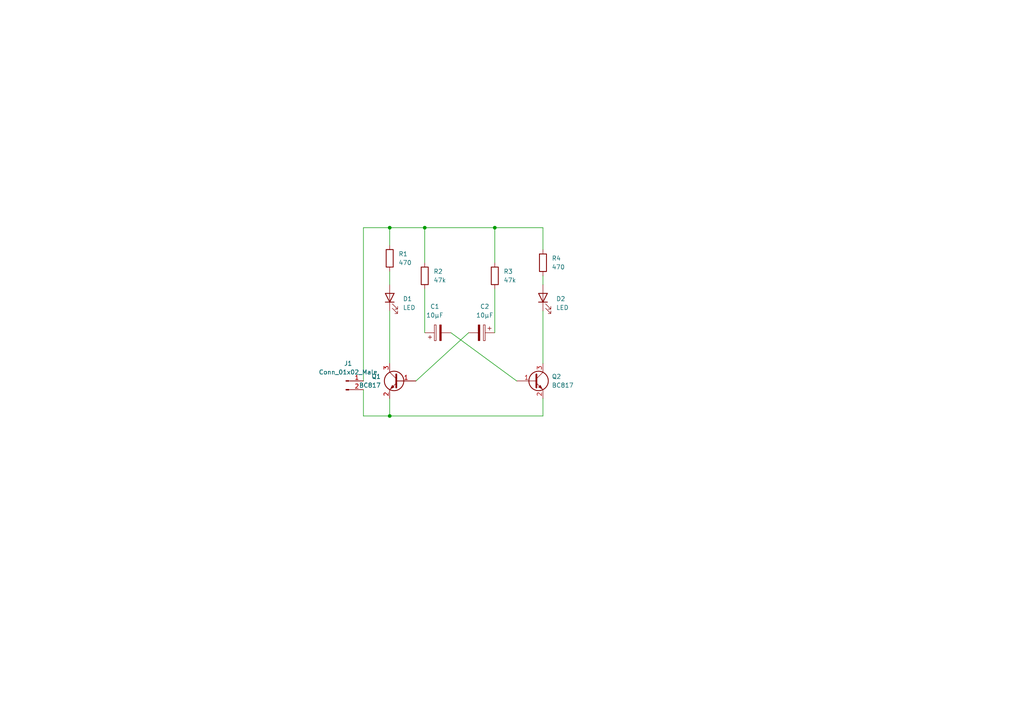
<source format=kicad_sch>
(kicad_sch (version 20211123) (generator eeschema)
  (paper "A4")
  (lib_symbols
    (symbol "Connector:Conn_01x02_Male" (pin_names (offset 1.016) hide)
      (property "Reference" "J" (at 0 2.54 0))
      (property "Value" "Conn_01x02_Male" (at 0 -5.08 0))
      (symbol "Conn_01x02_Male_1_1"
        (polyline (pts (xy 1.27 -2.54) (xy 0.8636 -2.54)) (stroke (width 0.1524)))
        (polyline (pts (xy 1.27 0) (xy 0.8636 0)) (stroke (width 0.1524)))
        (rectangle (start 0.8636 -2.413) (end 0 -2.667) (stroke (width 0.1524)) (fill (type outline)))
        (rectangle (start 0.8636 0.127) (end 0 -0.127) (stroke (width 0.1524)) (fill (type outline)))
        (pin passive line (at 5.08 0 180) (length 3.81) (name "Pin_1") (number "1"))
        (pin passive line (at 5.08 -2.54 180) (length 3.81) (name "Pin_2") (number "2"))
      )
    )
    (symbol "Device:C_Polarized" (pin_numbers hide) (pin_names (offset 0.254))
      (property "Reference" "C" (at 0.635 2.54 0))
      (property "Value" "C_Polarized" (at 0.635 -2.54 0))
      (symbol "C_Polarized_0_1"
        (rectangle (start -2.286 0.508) (end 2.286 1.016))
        (polyline (pts (xy -1.778 2.286) (xy -0.762 2.286)))
        (polyline (pts (xy -1.27 2.794) (xy -1.27 1.778)))
        (rectangle (start 2.286 -0.508) (end -2.286 -1.016) (fill (type outline)))
      )
      (symbol "C_Polarized_1_1"
        (pin passive line (at 0 3.81 270) (length 2.794) (name "~") (number "1"))
        (pin passive line (at 0 -3.81 90) (length 2.794) (name "~") (number "2"))
      )
    )
    (symbol "Device:LED" (pin_numbers hide) (pin_names (offset 1.016) hide)
      (property "Reference" "D" (at 0 2.54 0))
      (property "Value" "LED" (at 0 -2.54 0))
      (symbol "LED_0_1"
        (polyline (pts (xy -1.27 -1.27) (xy -1.27 1.27)) (stroke (width 0.254)))
        (polyline (pts (xy -1.27 0) (xy 1.27 0)))
        (polyline (pts (xy 1.27 -1.27) (xy 1.27 1.27) (xy -1.27 0) (xy 1.27 -1.27)) (stroke (width 0.254)))
        (polyline (pts (xy -3.048 -0.762) (xy -4.572 -2.286) (xy -3.81 -2.286) (xy -4.572 -2.286) (xy -4.572 -1.524)))
        (polyline (pts (xy -1.778 -0.762) (xy -3.302 -2.286) (xy -2.54 -2.286) (xy -3.302 -2.286) (xy -3.302 -1.524)))
      )
      (symbol "LED_1_1"
        (pin passive line (at -3.81 0 0) (length 2.54) (name "K") (number "1"))
        (pin passive line (at 3.81 0 180) (length 2.54) (name "A") (number "2"))
      )
    )
    (symbol "Device:R" (pin_numbers hide) (pin_names (offset 0))
      (property "Reference" "R" (at 2.032 0 90))
      (property "Value" "R" (at 0 0 90))
      (symbol "R_0_1"
        (rectangle (start -1.016 -2.54) (end 1.016 2.54) (stroke (width 0.254)))
      )
      (symbol "R_1_1"
        (pin passive line (at 0 3.81 270) (length 1.27) (name "~") (number "1"))
        (pin passive line (at 0 -3.81 90) (length 1.27) (name "~") (number "2"))
      )
    )
    (symbol "Transistor_BJT:BC817" (pin_names (offset 0) hide)
      (property "Reference" "Q" (at 5.08 1.905 0))
      (property "Value" "BC817" (at 5.08 0 0))
      (symbol "BC817_0_1"
        (polyline (pts (xy 0.635 0.635) (xy 2.54 2.54)))
        (polyline (pts (xy 0.635 -0.635) (xy 2.54 -2.54) (xy 2.54 -2.54)))
        (polyline (pts (xy 0.635 1.905) (xy 0.635 -1.905) (xy 0.635 -1.905)) (stroke (width 0.508)))
        (polyline (pts (xy 1.27 -1.778) (xy 1.778 -1.27) (xy 2.286 -2.286) (xy 1.27 -1.778) (xy 1.27 -1.778)) (fill (type outline)))
        (circle (center 1.27 0) (radius 2.8194) (stroke (width 0.254)))
      )
      (symbol "BC817_1_1"
        (pin input line (at -5.08 0 0) (length 5.715) (name "B") (number "1"))
        (pin passive line (at 2.54 -5.08 90) (length 2.54) (name "E") (number "2"))
        (pin passive line (at 2.54 5.08 270) (length 2.54) (name "C") (number "3"))
      )
    )
  )
  (junction (at 123.19 66.04))
  (junction (at 113.03 120.65))
  (junction (at 143.51 66.04))
  (junction (at 113.03 66.04))
  (wire (pts (xy 123.19 66.04) (xy 123.19 76.2)))
  (wire (pts (xy 130.81 96.52) (xy 149.86 110.49)))
  (wire (pts (xy 143.51 83.82) (xy 143.51 96.52)))
  (wire (pts (xy 143.51 66.04) (xy 143.51 76.2)))
  (wire (pts (xy 113.03 115.57) (xy 113.03 120.65)))
  (wire (pts (xy 113.03 90.17) (xy 113.03 105.41)))
  (wire (pts (xy 105.41 120.65) (xy 113.03 120.65)))
  (wire (pts (xy 113.03 120.65) (xy 157.48 120.65)))
  (wire (pts (xy 113.03 71.12) (xy 113.03 66.04)))
  (wire (pts (xy 123.19 83.82) (xy 123.19 96.52)))
  (wire (pts (xy 105.41 66.04) (xy 113.03 66.04)))
  (wire (pts (xy 143.51 66.04) (xy 157.48 66.04)))
  (wire (pts (xy 123.19 66.04) (xy 143.51 66.04)))
  (wire (pts (xy 113.03 78.74) (xy 113.03 82.55)))
  (wire (pts (xy 113.03 66.04) (xy 123.19 66.04)))
  (wire (pts (xy 105.41 113.03) (xy 105.41 120.65)))
  (wire (pts (xy 157.48 80.01) (xy 157.48 82.55)))
  (wire (pts (xy 105.41 66.04) (xy 105.41 110.49)))
  (wire (pts (xy 157.48 115.57) (xy 157.48 120.65)))
  (wire (pts (xy 120.65 110.49) (xy 135.89 96.52)))
  (wire (pts (xy 157.48 72.39) (xy 157.48 66.04)))
  (wire (pts (xy 157.48 90.17) (xy 157.48 105.41)))
  (symbol (lib_id "Device:R") (at 143.51 80.01 0) (unit 1)
    (property "Reference" "R3" (at 146.05 78.7399 0) (effects (justify left)))
    (property "Value" "47k" (at 146.05 81.2799 0) (effects (justify left)))
    (property "Footprint" "Resistor_SMD:R_0805_2012Metric_Pad1.20x1.40mm_HandSolder" (effects hide))
  )
  (symbol (lib_id "Device:R") (at 113.03 74.93 0) (unit 1)
    (property "Reference" "R1" (at 115.57 73.6599 0) (effects (justify left)))
    (property "Value" "470" (at 115.57 76.1999 0) (effects (justify left)))
    (property "Footprint" "Resistor_SMD:R_0805_2012Metric_Pad1.20x1.40mm_HandSolder" (effects hide))
  )
  (symbol (lib_id "Transistor_BJT:BC817") (at 115.57 110.49 0) (mirror y) (unit 1)
    (property "Reference" "Q1" (at 110.49 109.2199 0) (effects (justify left)))
    (property "Value" "BC817" (at 110.49 111.7599 0) (effects (justify left)))
    (property "Footprint" "Package_TO_SOT_SMD:SOT-23" (effects hide))
    (property "Datasheet" "https://www.onsemi.com/pub/Collateral/BC818-D.pdf" (effects hide))
  )
  (symbol (lib_id "Device:C_Polarized") (at 127 96.52 90) (unit 1)
    (property "Reference" "C1" (at 126.111 88.9 90))
    (property "Value" "10µF" (at 126.111 91.44 90))
    (property "Footprint" "Capacitor_SMD:C_0805_2012Metric_Pad1.18x1.45mm_HandSolder" (effects hide))
  )
  (symbol (lib_id "Transistor_BJT:BC817") (at 154.94 110.49 0) (unit 1)
    (property "Reference" "Q2" (at 160.02 109.2199 0) (effects (justify left)))
    (property "Value" "BC817" (at 160.02 111.7599 0) (effects (justify left)))
    (property "Footprint" "Package_TO_SOT_SMD:SOT-23" (effects hide))
    (property "Datasheet" "https://www.onsemi.com/pub/Collateral/BC818-D.pdf" (effects hide))
  )
  (symbol (lib_id "Device:R") (at 157.48 76.2 0) (unit 1)
    (property "Reference" "R4" (at 160.02 74.9299 0) (effects (justify left)))
    (property "Value" "470" (at 160.02 77.4699 0) (effects (justify left)))
    (property "Footprint" "Resistor_SMD:R_0805_2012Metric_Pad1.20x1.40mm_HandSolder" (effects hide))
  )
  (symbol (lib_id "Device:LED") (at 113.03 86.36 90) (unit 1)
    (property "Reference" "D1" (at 116.84 86.6774 90) (effects (justify right)))
    (property "Value" "LED" (at 116.84 89.2174 90) (effects (justify right)))
    (property "Footprint" "LED_SMD:LED_0805_2012Metric_Pad1.15x1.40mm_HandSolder" (effects hide))
  )
  (symbol (lib_id "Device:LED") (at 157.48 86.36 90) (unit 1)
    (property "Reference" "D2" (at 161.29 86.6774 90) (effects (justify right)))
    (property "Value" "LED" (at 161.29 89.2174 90) (effects (justify right)))
    (property "Footprint" "LED_SMD:LED_0805_2012Metric_Pad1.15x1.40mm_HandSolder" (effects hide))
  )
  (symbol (lib_id "Device:R") (at 123.19 80.01 0) (unit 1)
    (property "Reference" "R2" (at 125.73 78.7399 0) (effects (justify left)))
    (property "Value" "47k" (at 125.73 81.2799 0) (effects (justify left)))
    (property "Footprint" "Resistor_SMD:R_0805_2012Metric_Pad1.20x1.40mm_HandSolder" (effects hide))
  )
  (symbol (lib_id "Device:C_Polarized") (at 139.7 96.52 270) (unit 1)
    (property "Reference" "C2" (at 140.589 88.9 90))
    (property "Value" "10µF" (at 140.589 91.44 90))
    (property "Footprint" "Capacitor_SMD:C_0805_2012Metric_Pad1.18x1.45mm_HandSolder" (effects hide))
  )
  (symbol (lib_id "Connector:Conn_01x02_Male") (at 100.33 110.49 0) (unit 1)
    (property "Reference" "J1" (at 100.965 105.41 0))
    (property "Value" "Conn_01x02_Male" (at 100.965 107.95 0))
    (property "Footprint" "Connector_PinHeader_2.00mm:PinHeader_1x02_P2.00mm_Vertical" (effects hide))
  )
)
</source>
